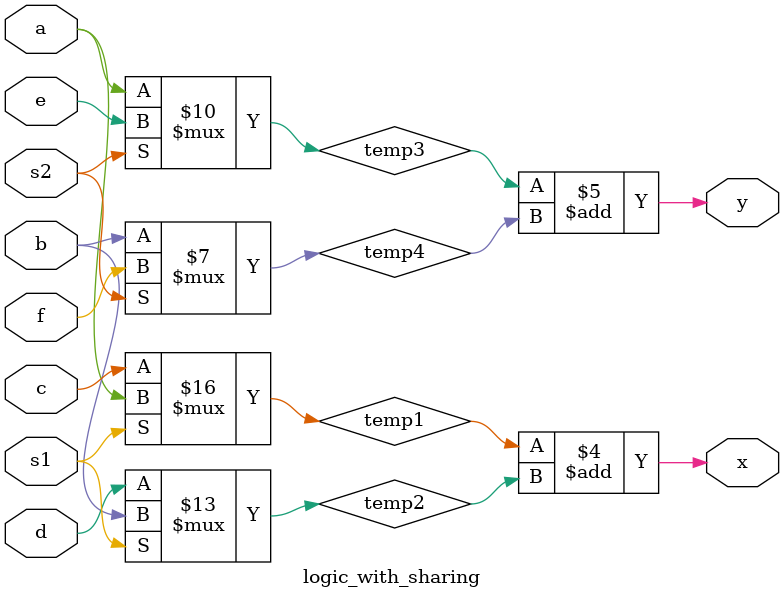
<source format=v>
module logic_with_sharing(a, b, c, d, e, f, s1, s2, x, y);

    input a, b, c, d, e, f, s1, s2;
    output x, y;
    reg x, y; 
    reg temp1, temp2, temp3, temp4;

    always @(a or b or c or d or s1)
    begin
        if (s1)
        begin
            temp1 = a;
            temp2 = b;
        end
        else
        begin
            temp1 = c;
            temp2 = d; 
        end
    end

    always @(e or f or a or b or s2)
    begin
        if (s2) begin
            temp3 = e;
            temp4 = f;
        end
        else begin
            temp3 = a;
            temp4 = b;
        end
    end

    always @(temp1 or temp2 or temp3 or temp4) begin
        x = temp1 + temp2;
        y = temp3 + temp4;
    end

endmodule
</source>
